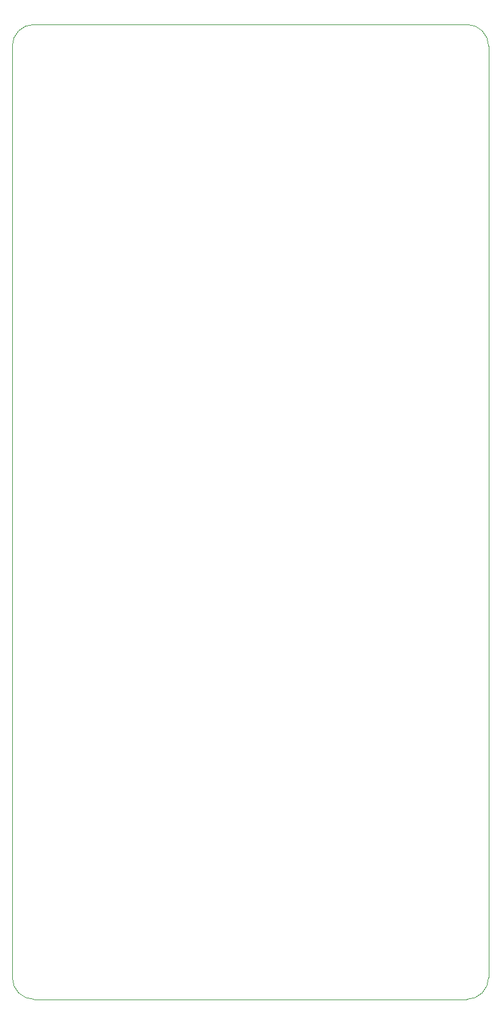
<source format=gbr>
%TF.GenerationSoftware,KiCad,Pcbnew,7.0.7*%
%TF.CreationDate,2024-03-28T21:44:10-04:00*%
%TF.ProjectId,midi-controller_control-board_teensy,6d696469-2d63-46f6-9e74-726f6c6c6572,rev?*%
%TF.SameCoordinates,Original*%
%TF.FileFunction,Profile,NP*%
%FSLAX46Y46*%
G04 Gerber Fmt 4.6, Leading zero omitted, Abs format (unit mm)*
G04 Created by KiCad (PCBNEW 7.0.7) date 2024-03-28 21:44:10*
%MOMM*%
%LPD*%
G01*
G04 APERTURE LIST*
%TA.AperFunction,Profile*%
%ADD10C,0.100000*%
%TD*%
G04 APERTURE END LIST*
D10*
X50000000Y-175000000D02*
X110000000Y-175000000D01*
X47000000Y-43000000D02*
X47000000Y-172000000D01*
X47000000Y-172000000D02*
G75*
G03*
X50000000Y-175000000I3000000J0D01*
G01*
X110000000Y-175000000D02*
G75*
G03*
X113000000Y-172000000I0J3000000D01*
G01*
X113000000Y-43000000D02*
G75*
G03*
X110000000Y-40000000I-3000000J0D01*
G01*
X50000000Y-40000000D02*
G75*
G03*
X47000000Y-43000000I0J-3000000D01*
G01*
X50000000Y-40000000D02*
X110000000Y-40000000D01*
X113000000Y-172000000D02*
X113000000Y-43000000D01*
M02*

</source>
